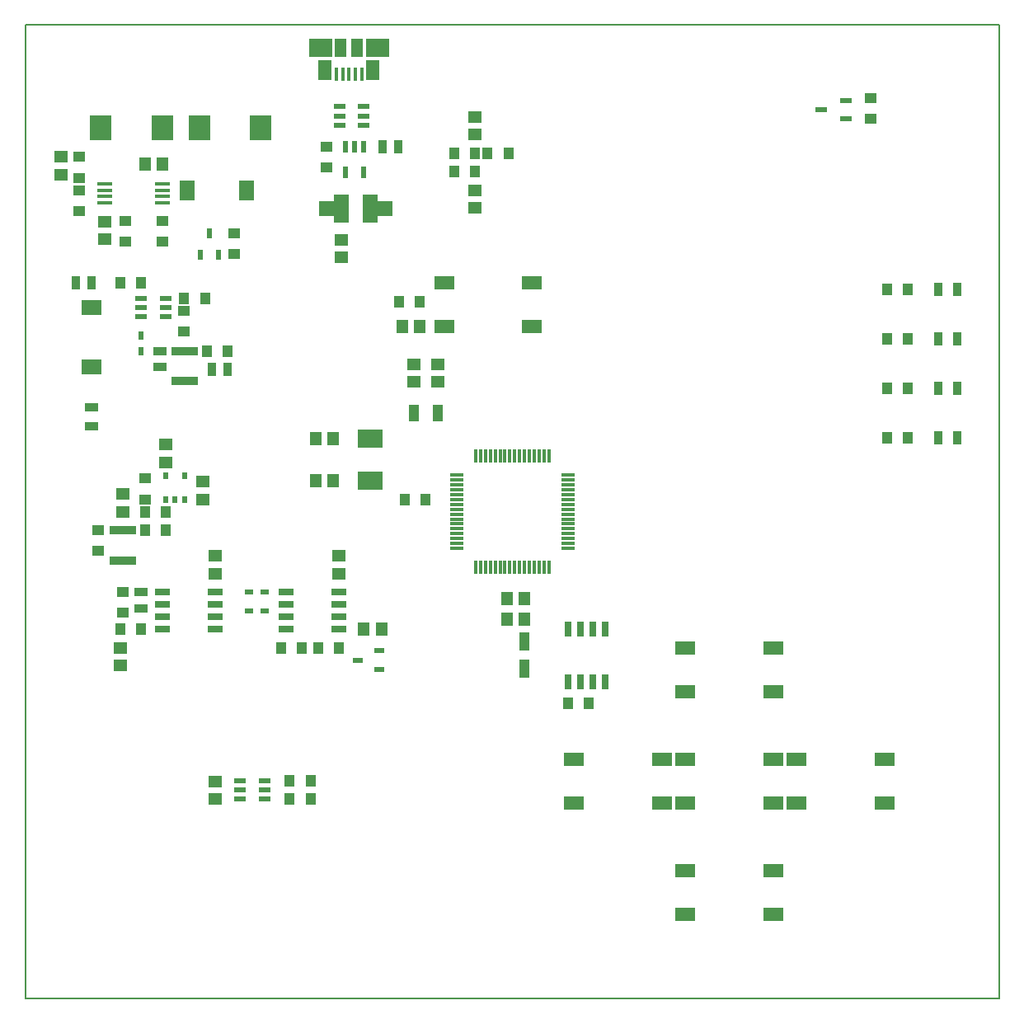
<source format=gbr>
G04 PROTEUS RS274X GERBER FILE*
%FSLAX45Y45*%
%MOMM*%
G01*
%ADD16R,1.480000X0.300000*%
%ADD17R,0.300000X1.480000*%
%ADD18R,1.500000X0.450000*%
%ADD19R,0.600000X1.150000*%
%ADD70R,1.200000X0.600000*%
%ADD71R,0.508000X0.635000*%
%ADD20R,1.520000X0.650000*%
%ADD21R,1.250000X0.600000*%
%ADD22R,0.650000X1.520000*%
%ADD23R,0.450000X1.380000*%
%ADD24R,1.480000X2.100000*%
%ADD25R,1.180000X1.900000*%
%ADD26R,2.380000X1.900000*%
%ADD28R,0.500000X0.820000*%
%ADD29R,0.820000X0.500000*%
%ADD72R,1.600000X2.100000*%
%ADD73R,1.500000X3.000000*%
%ADD30R,1.500000X1.500000*%
%ADD31R,2.100000X1.600000*%
%ADD32R,1.100000X1.850000*%
%ADD33R,1.050000X0.600000*%
%ADD34R,0.600000X1.050000*%
%ADD35R,2.100000X1.400000*%
%ADD36R,1.447800X1.143000*%
%ADD37R,2.300000X2.500000*%
%ADD38R,1.143000X1.447800*%
%ADD39R,0.970000X1.470000*%
%ADD40R,1.390000X0.970000*%
%ADD41R,2.720000X0.820000*%
%ADD42R,0.970000X1.390000*%
%ADD43R,1.270000X1.016000*%
%ADD44R,1.016000X1.270000*%
%ADD45R,1.000000X1.800000*%
%ADD46R,2.600000X1.900000*%
%ADD47R,1.390000X0.910000*%
%ADD48R,0.900000X1.400000*%
%ADD49R,1.447800X0.939800*%
%ADD50C,0.203200*%
D16*
X-574000Y+375000D03*
X-574000Y+325000D03*
X-574000Y+275000D03*
X-574000Y+225000D03*
X-574000Y+175000D03*
X-574000Y+125000D03*
X-574000Y+75000D03*
X-574000Y+25000D03*
X-574000Y-25000D03*
X-574000Y-75000D03*
X-574000Y-125000D03*
X-574000Y-175000D03*
X-574000Y-225000D03*
X-574000Y-275000D03*
X-574000Y-325000D03*
X-574000Y-375000D03*
D17*
X-375000Y-574000D03*
X-325000Y-574000D03*
X-275000Y-574000D03*
X-225000Y-574000D03*
X-175000Y-574000D03*
X-125000Y-574000D03*
X-75000Y-574000D03*
X-25000Y-574000D03*
X+25000Y-574000D03*
X+75000Y-574000D03*
X+125000Y-574000D03*
X+175000Y-574000D03*
X+225000Y-574000D03*
X+275000Y-574000D03*
X+325000Y-574000D03*
X+375000Y-574000D03*
D16*
X+574000Y-375000D03*
X+574000Y-325000D03*
X+574000Y-275000D03*
X+574000Y-225000D03*
X+574000Y-175000D03*
X+574000Y-125000D03*
X+574000Y-75000D03*
X+574000Y-25000D03*
X+574000Y+25000D03*
X+574000Y+75000D03*
X+574000Y+125000D03*
X+574000Y+175000D03*
X+574000Y+225000D03*
X+574000Y+275000D03*
X+574000Y+325000D03*
X+574000Y+375000D03*
D17*
X+375000Y+574000D03*
X+325000Y+574000D03*
X+275000Y+574000D03*
X+225000Y+574000D03*
X+175000Y+574000D03*
X+125000Y+574000D03*
X+75000Y+574000D03*
X+25000Y+574000D03*
X-25000Y+574000D03*
X-75000Y+574000D03*
X-125000Y+574000D03*
X-175000Y+574000D03*
X-225000Y+574000D03*
X-275000Y+574000D03*
X-325000Y+574000D03*
X-375000Y+574000D03*
D18*
X-4184500Y+3368000D03*
X-4184500Y+3302000D03*
X-4184500Y+3238000D03*
X-4184500Y+3172000D03*
X-3594500Y+3172000D03*
X-3594500Y+3238000D03*
X-3594500Y+3302000D03*
X-3594500Y+3368000D03*
D19*
X-1524000Y+3746500D03*
X-1619000Y+3746500D03*
X-1714000Y+3746500D03*
X-1714000Y+3486500D03*
X-1524000Y+3486500D03*
D70*
X-3560000Y+2000500D03*
X-3560000Y+2095500D03*
X-3560000Y+2190500D03*
X-3810000Y+2190500D03*
X-3810000Y+2095500D03*
X-3810000Y+2000500D03*
D71*
X-3556000Y+127000D03*
X-3462020Y+127000D03*
X-3365500Y+127000D03*
X-3365500Y+365760D03*
X-3556000Y+365760D03*
D20*
X-3590000Y-825500D03*
X-3590000Y-952500D03*
X-3590000Y-1079500D03*
X-3590000Y-1206500D03*
X-3048000Y-1206500D03*
X-3048000Y-1079500D03*
X-3048000Y-952500D03*
X-3048000Y-825500D03*
X-2320000Y-825500D03*
X-2320000Y-952500D03*
X-2320000Y-1079500D03*
X-2320000Y-1206500D03*
X-1778000Y-1206500D03*
X-1778000Y-1079500D03*
X-1778000Y-952500D03*
X-1778000Y-825500D03*
D21*
X-2794000Y-2762500D03*
X-2794000Y-2857500D03*
X-2794000Y-2952500D03*
X-2544000Y-2952500D03*
X-2544000Y-2857500D03*
X-2544000Y-2762500D03*
D22*
X+952500Y-1206500D03*
X+825500Y-1206500D03*
X+698500Y-1206500D03*
X+571500Y-1206500D03*
X+571500Y-1748500D03*
X+698500Y-1748500D03*
X+825500Y-1748500D03*
X+952500Y-1748500D03*
D70*
X-1774000Y+4159000D03*
X-1774000Y+4064000D03*
X-1774000Y+3969000D03*
X-1524000Y+3969000D03*
X-1524000Y+4064000D03*
X-1524000Y+4159000D03*
D23*
X-1547500Y+4496500D03*
X-1612500Y+4496500D03*
X-1677500Y+4496500D03*
X-1742500Y+4496500D03*
X-1807500Y+4496500D03*
D24*
X-1922500Y+4532500D03*
X-1432500Y+4532500D03*
D25*
X-1593500Y+4762500D03*
X-1761500Y+4762500D03*
D26*
X-1386500Y+4762500D03*
X-1968500Y+4762500D03*
D28*
X-3810000Y+1651000D03*
X-3810000Y+1813000D03*
D29*
X-2702000Y-1016000D03*
X-2540000Y-1016000D03*
X-2702000Y-825500D03*
X-2540000Y-825500D03*
D72*
X-2730500Y+3302000D03*
X-3340500Y+3302000D03*
D73*
X-1455000Y+3111500D03*
X-1755000Y+3111500D03*
D30*
X-1305000Y+3111500D03*
X-1905000Y+3111500D03*
D31*
X-4318000Y+2095500D03*
X-4318000Y+1485500D03*
D32*
X+127000Y-1613500D03*
X+127000Y-1333500D03*
D33*
X-1367500Y-1619000D03*
X-1367500Y-1429000D03*
X-1587500Y-1524000D03*
D70*
X+3425000Y+4032500D03*
X+3425000Y+4222500D03*
X+3175000Y+4127500D03*
D34*
X-3206500Y+2637500D03*
X-3016500Y+2637500D03*
X-3111500Y+2857500D03*
D35*
X+3821000Y-2990000D03*
X+3821000Y-2540000D03*
X+2921000Y-2990000D03*
X+2921000Y-2540000D03*
X+2678000Y-1847000D03*
X+2678000Y-1397000D03*
X+1778000Y-1847000D03*
X+1778000Y-1397000D03*
X+2678000Y-2990000D03*
X+2678000Y-2540000D03*
X+1778000Y-2990000D03*
X+1778000Y-2540000D03*
X+1535000Y-2990000D03*
X+1535000Y-2540000D03*
X+635000Y-2990000D03*
X+635000Y-2540000D03*
X+2678000Y-4133000D03*
X+2678000Y-3683000D03*
X+1778000Y-4133000D03*
X+1778000Y-3683000D03*
X-698500Y+2355000D03*
X-698500Y+1905000D03*
X+201500Y+2355000D03*
X+201500Y+1905000D03*
D36*
X-4635500Y+3462360D03*
X-4635500Y+3642360D03*
D37*
X-3213500Y+3939500D03*
X-2583500Y+3939500D03*
D38*
X-3774500Y+3571200D03*
X-3594500Y+3571200D03*
D37*
X-3594500Y+3939500D03*
X-4224500Y+3939500D03*
D36*
X-4184500Y+2801500D03*
X-4184500Y+2981500D03*
D39*
X-1167500Y+3746500D03*
X-1333500Y+3746500D03*
D36*
X-1755000Y+2614000D03*
X-1755000Y+2794000D03*
D39*
X-4484000Y+2349500D03*
X-4318000Y+2349500D03*
D40*
X-3619500Y+1485000D03*
X-3619500Y+1651000D03*
D41*
X-3365500Y+1341000D03*
X-3365500Y+1651000D03*
D42*
X-3087000Y+1460500D03*
X-2921000Y+1460500D03*
D43*
X-4445000Y+3429000D03*
X-4445000Y+3642360D03*
X-3594500Y+2987000D03*
X-3594500Y+2773640D03*
X-3975500Y+2987000D03*
X-3975500Y+2773640D03*
X-4445000Y+3088640D03*
X-4445000Y+3302000D03*
X-1905000Y+3746500D03*
X-1905000Y+3533140D03*
D44*
X-3156140Y+2190500D03*
X-3369500Y+2190500D03*
D43*
X-3369500Y+1850140D03*
X-3369500Y+2063500D03*
D44*
X-3810000Y+2349500D03*
X-4023360Y+2349500D03*
X-2921000Y+1651000D03*
X-3134360Y+1651000D03*
D43*
X-2857500Y+2857500D03*
X-2857500Y+2644140D03*
D45*
X-762000Y+1016000D03*
X-1012000Y+1016000D03*
D46*
X-1460500Y+747500D03*
X-1460500Y+317500D03*
D43*
X+3679000Y+4032500D03*
X+3679000Y+4245860D03*
D44*
X-1104860Y+125000D03*
X-891500Y+125000D03*
D36*
X-762000Y+1333500D03*
X-762000Y+1513500D03*
X-1012000Y+1333500D03*
X-1012000Y+1513500D03*
D38*
X-2021500Y+747500D03*
X-1841500Y+747500D03*
X-2021500Y+317500D03*
X-1841500Y+317500D03*
D44*
X-2159000Y-1397000D03*
X-2372360Y-1397000D03*
X-1778000Y-1397000D03*
X-1991360Y-1397000D03*
D38*
X-1524000Y-1206500D03*
X-1344000Y-1206500D03*
D36*
X-4023360Y-1577000D03*
X-4023360Y-1397000D03*
D44*
X-3810000Y-1206500D03*
X-4023360Y-1206500D03*
D36*
X-3556000Y+688000D03*
X-3556000Y+508000D03*
X-3175000Y+307000D03*
X-3175000Y+127000D03*
X-4000500Y+180000D03*
X-4000500Y+0D03*
D41*
X-4000500Y-500500D03*
X-4000500Y-190500D03*
D44*
X-3556000Y-190500D03*
X-3769360Y-190500D03*
D43*
X-4254500Y-190500D03*
X-4254500Y-403860D03*
D44*
X-952500Y+2159000D03*
X-1165860Y+2159000D03*
D38*
X-1132500Y+1905000D03*
X-952500Y+1905000D03*
X-53000Y-889000D03*
X+127000Y-889000D03*
X-53000Y-1104900D03*
X+127000Y-1104900D03*
D47*
X-3810000Y-825500D03*
X-3810000Y-989500D03*
D36*
X-3048000Y-455000D03*
X-3048000Y-635000D03*
X-1778000Y-455000D03*
X-1778000Y-635000D03*
D43*
X-4000500Y-825500D03*
X-4000500Y-1038860D03*
X-3769360Y+340360D03*
X-3769360Y+127000D03*
D44*
X-3556000Y+0D03*
X-3769360Y+0D03*
D36*
X-3048000Y-2772500D03*
X-3048000Y-2952500D03*
X-381000Y+3122000D03*
X-381000Y+3302000D03*
X-381000Y+4053500D03*
X-381000Y+3873500D03*
D48*
X+4572000Y+2286000D03*
X+4372000Y+2286000D03*
X+4572000Y+1778000D03*
X+4372000Y+1778000D03*
X+4572000Y+1270000D03*
X+4372000Y+1270000D03*
X+4572000Y+762000D03*
X+4372000Y+762000D03*
D49*
X-4318000Y+1074020D03*
X-4318000Y+874020D03*
D44*
X-2286000Y-2952500D03*
X-2072640Y-2952500D03*
X-2286000Y-2762000D03*
X-2072640Y-2762000D03*
X+571500Y-1968500D03*
X+784860Y-1968500D03*
X+4064000Y+2286000D03*
X+3850640Y+2286000D03*
X+4064000Y+1778000D03*
X+3850640Y+1778000D03*
X+4064000Y+1270000D03*
X+3850640Y+1270000D03*
X+4064000Y+762000D03*
X+3850640Y+762000D03*
X-40640Y+3683000D03*
X-254000Y+3683000D03*
X-594360Y+3492500D03*
X-381000Y+3492500D03*
X-594360Y+3683000D03*
X-381000Y+3683000D03*
D50*
X-5000000Y-5000000D02*
X+5000000Y-5000000D01*
X+5000000Y+5000000D01*
X-5000000Y+5000000D01*
X-5000000Y-5000000D01*
M02*

</source>
